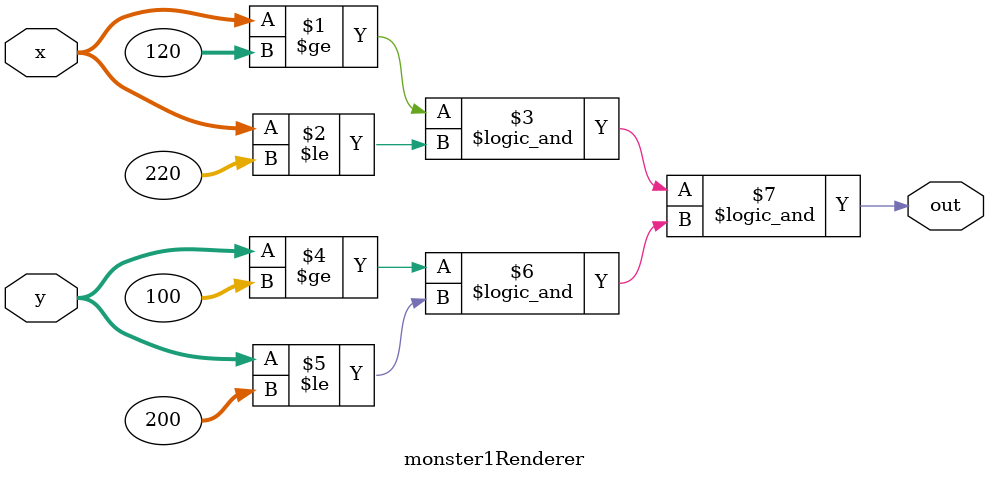
<source format=v>
`timescale 1ns / 1ps

module monster1Renderer(
    output out,
    input [31:0] x,
    input [31:0] y
    );
    //                                  body                                                  head                                               left arm                                              right arm
    //assign out = ((x >= 270 && x <= 370) && (y >= 100 && y <= 200)) || ((x >= 308 && x <= 332) && (y >= 75 && y <= 100)) || ((x >= 220 && x <= 270) && (y >= 120 && y <= 140)) || ((x >= 370 && x <= 420) && (y >= 120 && y <= 140));
    //                                  body                                                
    assign out = ((x >= 120 && x <= 220) && (y >= 100 && y <= 200));
endmodule

</source>
